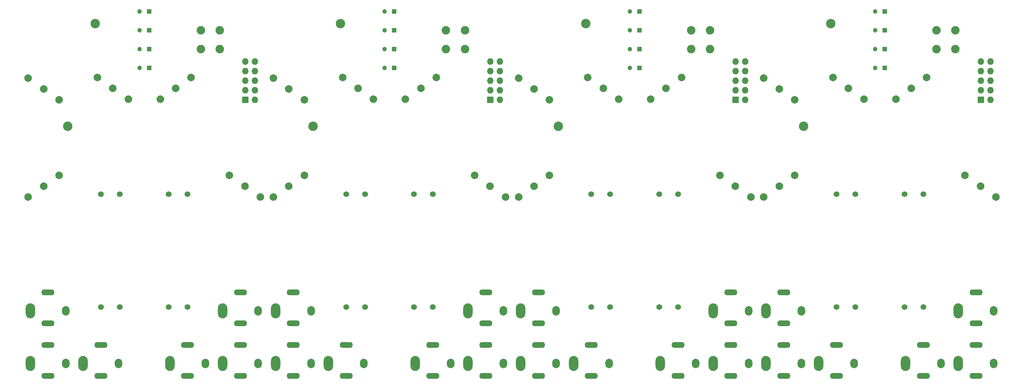
<source format=gts>
G04 #@! TF.FileFunction,Soldermask,Top*
%FSLAX46Y46*%
G04 Gerber Fmt 4.6, Leading zero omitted, Abs format (unit mm)*
G04 Created by KiCad (PCBNEW 4.0.2-stable) date 2016-12-05 12:03:52 PM*
%MOMM*%
G01*
G04 APERTURE LIST*
%ADD10C,0.100000*%
%ADD11R,1.727200X1.727200*%
%ADD12O,1.727200X1.727200*%
%ADD13C,1.524000*%
%ADD14C,2.500000*%
%ADD15O,2.500000X4.000000*%
%ADD16O,2.000000X2.500000*%
%ADD17O,3.500000X1.500000*%
%ADD18C,1.998980*%
%ADD19R,1.200000X1.200000*%
%ADD20C,1.200000*%
%ADD21C,2.250000*%
G04 APERTURE END LIST*
D10*
D11*
X266250000Y-36500000D03*
D12*
X268790000Y-36500000D03*
X266250000Y-33960000D03*
X268790000Y-33960000D03*
X266250000Y-31420000D03*
X268790000Y-31420000D03*
X266250000Y-28880000D03*
X268790000Y-28880000D03*
X266250000Y-26340000D03*
X268790000Y-26340000D03*
D13*
X246000000Y-91500000D03*
X251000000Y-91500000D03*
X233000000Y-91500000D03*
X228000000Y-91500000D03*
X233000000Y-61500000D03*
X228000000Y-61500000D03*
X246000000Y-61500000D03*
X251000000Y-61500000D03*
D14*
X219250000Y-43500000D03*
X226500000Y-16250000D03*
D11*
X201250000Y-36500000D03*
D12*
X203790000Y-36500000D03*
X201250000Y-33960000D03*
X203790000Y-33960000D03*
X201250000Y-31420000D03*
X203790000Y-31420000D03*
X201250000Y-28880000D03*
X203790000Y-28880000D03*
X201250000Y-26340000D03*
X203790000Y-26340000D03*
D13*
X181000000Y-91500000D03*
X186000000Y-91500000D03*
X168000000Y-91500000D03*
X163000000Y-91500000D03*
D14*
X154250000Y-43500000D03*
X161500000Y-16250000D03*
D13*
X181000000Y-61500000D03*
X186000000Y-61500000D03*
X168000000Y-61500000D03*
X163000000Y-61500000D03*
D15*
X246300000Y-106500000D03*
D16*
X255700000Y-106500000D03*
D17*
X251000000Y-101600000D03*
X251000000Y-109800000D03*
D15*
X223300000Y-106500000D03*
D16*
X232700000Y-106500000D03*
D17*
X228000000Y-101600000D03*
X228000000Y-109800000D03*
D15*
X260300000Y-92500000D03*
D16*
X269700000Y-92500000D03*
D17*
X265000000Y-87600000D03*
X265000000Y-95800000D03*
D18*
X266177223Y-59393567D03*
X262081463Y-56525685D03*
X270272983Y-62261449D03*
D15*
X209300000Y-92500000D03*
D16*
X218700000Y-92500000D03*
D17*
X214000000Y-87600000D03*
X214000000Y-95800000D03*
D15*
X260300000Y-106500000D03*
D16*
X269700000Y-106500000D03*
D17*
X265000000Y-101600000D03*
X265000000Y-109800000D03*
D15*
X209300000Y-106500000D03*
D16*
X218700000Y-106500000D03*
D17*
X214000000Y-101600000D03*
X214000000Y-109800000D03*
D18*
X212822777Y-59393567D03*
X208727017Y-62261449D03*
X216918537Y-56525685D03*
X182822777Y-33393567D03*
X178727017Y-36261449D03*
X186918537Y-30525685D03*
D19*
X175770000Y-23000000D03*
D20*
X173230000Y-23000000D03*
D21*
X189500000Y-18000000D03*
X194500000Y-18000000D03*
X194500000Y-23000000D03*
X189500000Y-23000000D03*
D18*
X166177223Y-33393567D03*
X162081463Y-30525685D03*
X170272983Y-36261449D03*
D19*
X240770000Y-18000000D03*
D20*
X238230000Y-18000000D03*
D19*
X240770000Y-28000000D03*
D20*
X238230000Y-28000000D03*
D19*
X240770000Y-23000000D03*
D20*
X238230000Y-23000000D03*
D18*
X247822777Y-33393567D03*
X243727017Y-36261449D03*
X251918537Y-30525685D03*
D21*
X254500000Y-18000000D03*
X259500000Y-18000000D03*
X259500000Y-23000000D03*
X254500000Y-23000000D03*
D19*
X240770000Y-13000000D03*
D20*
X238230000Y-13000000D03*
D18*
X212822777Y-33606433D03*
X216918537Y-36474315D03*
X208727017Y-30738551D03*
X231177223Y-33393567D03*
X227081463Y-30525685D03*
X235272983Y-36261449D03*
D15*
X144300000Y-106500000D03*
D16*
X153700000Y-106500000D03*
D17*
X149000000Y-101600000D03*
X149000000Y-109800000D03*
D15*
X144300000Y-92500000D03*
D16*
X153700000Y-92500000D03*
D17*
X149000000Y-87600000D03*
X149000000Y-95800000D03*
D18*
X147822777Y-59393567D03*
X143727017Y-62261449D03*
X151918537Y-56525685D03*
D15*
X158300000Y-106500000D03*
D16*
X167700000Y-106500000D03*
D17*
X163000000Y-101600000D03*
X163000000Y-109800000D03*
D18*
X201177223Y-59393567D03*
X197081463Y-56525685D03*
X205272983Y-62261449D03*
D15*
X195300000Y-92500000D03*
D16*
X204700000Y-92500000D03*
D17*
X200000000Y-87600000D03*
X200000000Y-95800000D03*
D15*
X181300000Y-106500000D03*
D16*
X190700000Y-106500000D03*
D17*
X186000000Y-101600000D03*
X186000000Y-109800000D03*
D15*
X195300000Y-106500000D03*
D16*
X204700000Y-106500000D03*
D17*
X200000000Y-101600000D03*
X200000000Y-109800000D03*
D19*
X175770000Y-18000000D03*
D20*
X173230000Y-18000000D03*
D19*
X175770000Y-13000000D03*
D20*
X173230000Y-13000000D03*
D19*
X175770000Y-28000000D03*
D20*
X173230000Y-28000000D03*
D18*
X147822777Y-33606433D03*
X151918537Y-36474315D03*
X143727017Y-30738551D03*
D14*
X96500000Y-16250000D03*
D11*
X136250000Y-36500000D03*
D12*
X138790000Y-36500000D03*
X136250000Y-33960000D03*
X138790000Y-33960000D03*
X136250000Y-31420000D03*
X138790000Y-31420000D03*
X136250000Y-28880000D03*
X138790000Y-28880000D03*
X136250000Y-26340000D03*
X138790000Y-26340000D03*
D13*
X103000000Y-91500000D03*
X98000000Y-91500000D03*
X116000000Y-91500000D03*
X121000000Y-91500000D03*
D14*
X89250000Y-43500000D03*
D13*
X116000000Y-61500000D03*
X121000000Y-61500000D03*
X103000000Y-61500000D03*
X98000000Y-61500000D03*
D15*
X130300000Y-106500000D03*
D16*
X139700000Y-106500000D03*
D17*
X135000000Y-101600000D03*
X135000000Y-109800000D03*
D15*
X93300000Y-106500000D03*
D16*
X102700000Y-106500000D03*
D17*
X98000000Y-101600000D03*
X98000000Y-109800000D03*
D15*
X116300000Y-106500000D03*
D16*
X125700000Y-106500000D03*
D17*
X121000000Y-101600000D03*
X121000000Y-109800000D03*
D15*
X130300000Y-92500000D03*
D16*
X139700000Y-92500000D03*
D17*
X135000000Y-87600000D03*
X135000000Y-95800000D03*
D15*
X79300000Y-92500000D03*
D16*
X88700000Y-92500000D03*
D17*
X84000000Y-87600000D03*
X84000000Y-95800000D03*
D15*
X79300000Y-106500000D03*
D16*
X88700000Y-106500000D03*
D17*
X84000000Y-101600000D03*
X84000000Y-109800000D03*
D18*
X136177223Y-59393567D03*
X132081463Y-56525685D03*
X140272983Y-62261449D03*
X82822777Y-59393567D03*
X78727017Y-62261449D03*
X86918537Y-56525685D03*
X117822777Y-33393567D03*
X113727017Y-36261449D03*
X121918537Y-30525685D03*
D21*
X124500000Y-18000000D03*
X129500000Y-18000000D03*
X129500000Y-23000000D03*
X124500000Y-23000000D03*
D18*
X101177223Y-33393567D03*
X97081463Y-30525685D03*
X105272983Y-36261449D03*
X82822777Y-33606433D03*
X86918537Y-36474315D03*
X78727017Y-30738551D03*
D19*
X110770000Y-18000000D03*
D20*
X108230000Y-18000000D03*
D19*
X110770000Y-23000000D03*
D20*
X108230000Y-23000000D03*
D19*
X110770000Y-28000000D03*
D20*
X108230000Y-28000000D03*
D19*
X110770000Y-13000000D03*
D20*
X108230000Y-13000000D03*
D18*
X17822777Y-33606433D03*
X21918537Y-36474315D03*
X13727017Y-30738551D03*
D21*
X59500000Y-18000000D03*
X64500000Y-18000000D03*
X64500000Y-23000000D03*
X59500000Y-23000000D03*
D14*
X24250000Y-43500000D03*
X31500000Y-16250000D03*
D19*
X45770000Y-28000000D03*
D20*
X43230000Y-28000000D03*
D19*
X45770000Y-23000000D03*
D20*
X43230000Y-23000000D03*
D19*
X45770000Y-18000000D03*
D20*
X43230000Y-18000000D03*
D19*
X45770000Y-13000000D03*
D20*
X43230000Y-13000000D03*
D18*
X36177223Y-33393567D03*
X32081463Y-30525685D03*
X40272983Y-36261449D03*
X17822777Y-59393567D03*
X13727017Y-62261449D03*
X21918537Y-56525685D03*
X71177223Y-59393567D03*
X67081463Y-56525685D03*
X75272983Y-62261449D03*
X52822777Y-33393567D03*
X48727017Y-36261449D03*
X56918537Y-30525685D03*
D15*
X14300000Y-106500000D03*
D16*
X23700000Y-106500000D03*
D17*
X19000000Y-101600000D03*
X19000000Y-109800000D03*
D15*
X14300000Y-92500000D03*
D16*
X23700000Y-92500000D03*
D17*
X19000000Y-87600000D03*
X19000000Y-95800000D03*
D15*
X65300000Y-92500000D03*
D16*
X74700000Y-92500000D03*
D17*
X70000000Y-87600000D03*
X70000000Y-95800000D03*
D15*
X51300000Y-106500000D03*
D16*
X60700000Y-106500000D03*
D17*
X56000000Y-101600000D03*
X56000000Y-109800000D03*
D15*
X28300000Y-106500000D03*
D16*
X37700000Y-106500000D03*
D17*
X33000000Y-101600000D03*
X33000000Y-109800000D03*
D15*
X65300000Y-106500000D03*
D16*
X74700000Y-106500000D03*
D17*
X70000000Y-101600000D03*
X70000000Y-109800000D03*
D11*
X71250000Y-36500000D03*
D12*
X73790000Y-36500000D03*
X71250000Y-33960000D03*
X73790000Y-33960000D03*
X71250000Y-31420000D03*
X73790000Y-31420000D03*
X71250000Y-28880000D03*
X73790000Y-28880000D03*
X71250000Y-26340000D03*
X73790000Y-26340000D03*
D13*
X51000000Y-61500000D03*
X56000000Y-61500000D03*
X38000000Y-61500000D03*
X33000000Y-61500000D03*
X38000000Y-91500000D03*
X33000000Y-91500000D03*
X51000000Y-91500000D03*
X56000000Y-91500000D03*
M02*

</source>
